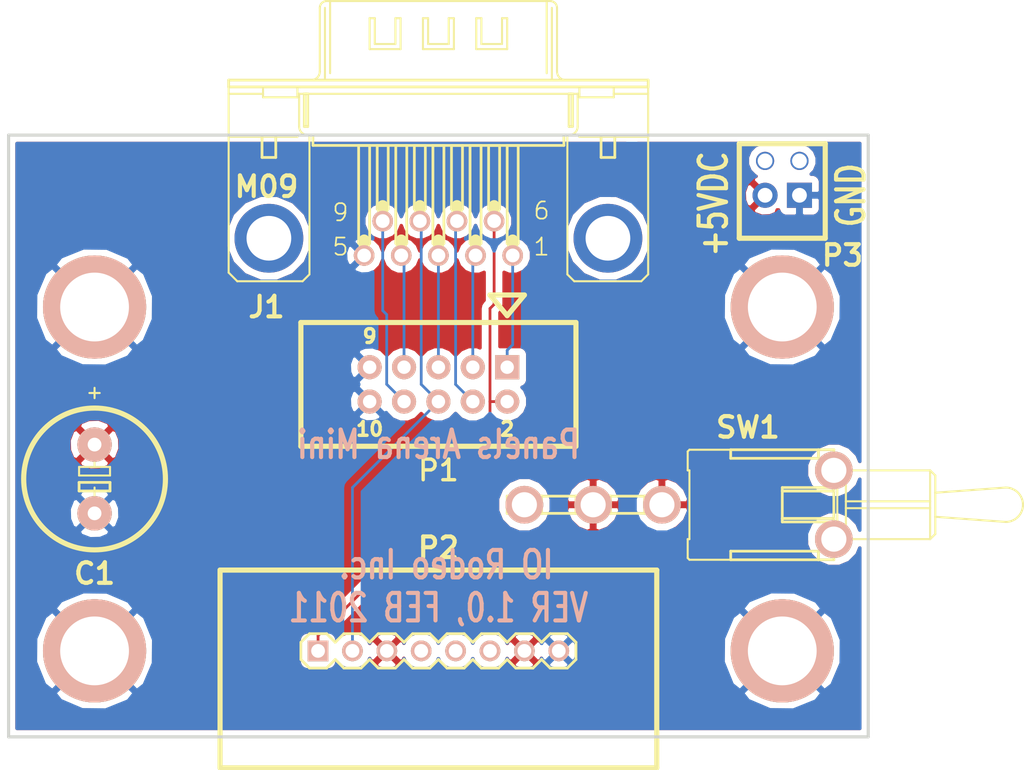
<source format=kicad_pcb>
(kicad_pcb (version 20171130) (host pcbnew 5.1.10)
  (title_block (title "Panels Arena Mini") (date "9 feb 2011") (rev 1.0))
  (layers (0 Front signal) (31 Back signal) (34 B.Paste user) (35 F.Paste user) (36 B.SilkS user) (37 F.SilkS user) (38 B.Mask user) (39 F.Mask user) (44 Edge.Cuts user))
  (net 0 "")
  (net 1 /GND)
  (net 2 /SCL_0)
  (net 3 /SCL_1)
  (net 4 /SCL_2)
  (net 5 /SCL_3)
  (net 6 /SDA_0)
  (net 7 /SDA_1)
  (net 8 /SDA_2)
  (net 9 /SDA_3)
  (net 10 N-000011)
  (net 11 VCC)
  (module CON-SUBD_M09HP (layer Front) (at 129.54 106.68 180)
    (fp_text reference J1 (at 12.7 -5.08 180) (layer F.SilkS) (effects (font (size 1.524 1.524) (thickness 0.3048))))
    (fp_text value DB9 hide)
    (fp_line (start 9.652 10.668) (end 9.906 10.668) (layer F.SilkS) (width 0.2032))
    (fp_line (start 9.906 10.668) (end 9.906 8.255) (layer F.SilkS) (width 0.2032))
    (fp_line (start 9.652 8.255) (end 9.906 8.255) (layer F.SilkS) (width 0.2032))
    (fp_line (start 9.652 10.668) (end 9.652 8.255) (layer F.SilkS) (width 0.2032))
    (fp_line (start -9.906 10.668) (end -9.652 10.668) (layer F.SilkS) (width 0.2032))
    (fp_line (start -9.652 10.668) (end -9.652 8.255) (layer F.SilkS) (width 0.2032))
    (fp_line (start -9.906 8.255) (end -9.652 8.255) (layer F.SilkS) (width 0.2032))
    (fp_line (start -9.906 10.668) (end -9.906 8.255) (layer F.SilkS) (width 0.2032))
    (fp_line (start 12.0142 7.62) (end 13.0302 7.62) (layer F.SilkS) (width 0.2032))
    (fp_line (start 13.0302 7.62) (end 13.0302 5.969) (layer F.SilkS) (width 0.2032))
    (fp_line (start 12.0142 5.969) (end 13.0302 5.969) (layer F.SilkS) (width 0.2032))
    (fp_line (start 12.0142 7.62) (end 12.0142 5.969) (layer F.SilkS) (width 0.2032))
    (fp_line (start -13.0302 7.62) (end -12.0142 7.62) (layer F.SilkS) (width 0.2032))
    (fp_line (start -12.0142 7.62) (end -12.0142 5.969) (layer F.SilkS) (width 0.2032))
    (fp_line (start -13.0302 5.969) (end -12.0142 5.969) (layer F.SilkS) (width 0.2032))
    (fp_line (start -13.0302 7.62) (end -13.0302 5.969) (layer F.SilkS) (width 0.2032))
    (fp_line (start -9.271 7.62) (end 9.271 7.62) (layer F.SilkS) (width 0.2032))
    (fp_line (start 9.271 7.62) (end 9.271 6.858) (layer F.SilkS) (width 0.2032))
    (fp_line (start -9.271 6.858) (end 9.271 6.858) (layer F.SilkS) (width 0.2032))
    (fp_line (start -9.271 7.62) (end -9.271 6.858) (layer F.SilkS) (width 0.2032))
    (fp_line (start -15.494 11.684) (end 15.494 11.684) (layer F.SilkS) (width 0.2032))
    (fp_line (start 15.494 11.684) (end 15.494 11.176) (layer F.SilkS) (width 0.2032))
    (fp_line (start -15.494 11.176) (end 15.494 11.176) (layer F.SilkS) (width 0.2032))
    (fp_line (start -15.494 11.684) (end -15.494 11.176) (layer F.SilkS) (width 0.2032))
    (fp_line (start -5.8928 6.858) (end -5.08 6.858) (layer F.SilkS) (width 0.2032))
    (fp_line (start -5.08 6.858) (end -5.08 -0.381) (layer F.SilkS) (width 0.2032))
    (fp_line (start -5.8928 -0.381) (end -5.08 -0.381) (layer F.SilkS) (width 0.2032))
    (fp_line (start -5.8928 6.858) (end -5.8928 -0.381) (layer F.SilkS) (width 0.2032))
    (fp_line (start -4.5212 6.858) (end -3.7084 6.858) (layer F.SilkS) (width 0.2032))
    (fp_line (start -3.7084 6.858) (end -3.7084 2.159) (layer F.SilkS) (width 0.2032))
    (fp_line (start -4.5212 2.159) (end -3.7084 2.159) (layer F.SilkS) (width 0.2032))
    (fp_line (start -4.5212 6.858) (end -4.5212 2.159) (layer F.SilkS) (width 0.2032))
    (fp_line (start -3.1496 6.858) (end -2.3368 6.858) (layer F.SilkS) (width 0.2032))
    (fp_line (start -2.3368 6.858) (end -2.3368 -0.381) (layer F.SilkS) (width 0.2032))
    (fp_line (start -3.1496 -0.381) (end -2.3368 -0.381) (layer F.SilkS) (width 0.2032))
    (fp_line (start -3.1496 6.858) (end -3.1496 -0.381) (layer F.SilkS) (width 0.2032))
    (fp_line (start -1.778 6.858) (end -0.9652 6.858) (layer F.SilkS) (width 0.2032))
    (fp_line (start -0.9652 6.858) (end -0.9652 2.159) (layer F.SilkS) (width 0.2032))
    (fp_line (start -1.778 2.159) (end -0.9652 2.159) (layer F.SilkS) (width 0.2032))
    (fp_line (start -1.778 6.858) (end -1.778 2.159) (layer F.SilkS) (width 0.2032))
    (fp_line (start -0.4064 6.858) (end 0.4064 6.858) (layer F.SilkS) (width 0.2032))
    (fp_line (start 0.4064 6.858) (end 0.4064 -0.381) (layer F.SilkS) (width 0.2032))
    (fp_line (start -0.4064 -0.381) (end 0.4064 -0.381) (layer F.SilkS) (width 0.2032))
    (fp_line (start -0.4064 6.858) (end -0.4064 -0.381) (layer F.SilkS) (width 0.2032))
    (fp_line (start 0.9652 6.858) (end 1.778 6.858) (layer F.SilkS) (width 0.2032))
    (fp_line (start 1.778 6.858) (end 1.778 2.159) (layer F.SilkS) (width 0.2032))
    (fp_line (start 0.9652 2.159) (end 1.778 2.159) (layer F.SilkS) (width 0.2032))
    (fp_line (start 0.9652 6.858) (end 0.9652 2.159) (layer F.SilkS) (width 0.2032))
    (fp_line (start 2.3368 6.858) (end 3.1496 6.858) (layer F.SilkS) (width 0.2032))
    (fp_line (start 3.1496 6.858) (end 3.1496 -0.381) (layer F.SilkS) (width 0.2032))
    (fp_line (start 2.3368 -0.381) (end 3.1496 -0.381) (layer F.SilkS) (width 0.2032))
    (fp_line (start 2.3368 6.858) (end 2.3368 -0.381) (layer F.SilkS) (width 0.2032))
    (fp_line (start 3.7084 6.858) (end 4.5212 6.858) (layer F.SilkS) (width 0.2032))
    (fp_line (start 4.5212 6.858) (end 4.5212 2.159) (layer F.SilkS) (width 0.2032))
    (fp_line (start 3.7084 2.159) (end 4.5212 2.159) (layer F.SilkS) (width 0.2032))
    (fp_line (start 3.7084 6.858) (end 3.7084 2.159) (layer F.SilkS) (width 0.2032))
    (fp_line (start 5.08 6.858) (end 5.8928 6.858) (layer F.SilkS) (width 0.2032))
    (fp_line (start 5.8928 6.858) (end 5.8928 -0.381) (layer F.SilkS) (width 0.2032))
    (fp_line (start 5.08 -0.381) (end 5.8928 -0.381) (layer F.SilkS) (width 0.2032))
    (fp_line (start 5.08 6.858) (end 5.08 -0.381) (layer F.SilkS) (width 0.2032))
    (fp_line (start 8.255 17.52346) (end 8.001 17.52346) (layer F.SilkS) (width 0.1524))
    (fp_line (start 8.382 11.684) (end 8.382 17.018) (layer F.SilkS) (width 0.1524))
    (fp_line (start 8.382 11.684) (end -8.382 11.684) (layer F.SilkS) (width 0.1524))
    (fp_line (start -8.382 11.684) (end -8.382 17.018) (layer F.SilkS) (width 0.1524))
    (fp_line (start 15.494 7.62) (end 10.414 7.62) (layer F.SilkS) (width 0.1524))
    (fp_line (start 15.494 7.62) (end 15.494 10.668) (layer F.SilkS) (width 0.1524))
    (fp_line (start 15.494 7.62) (end 15.494 7.493) (layer F.SilkS) (width 0.1524))
    (fp_line (start 15.494 10.668) (end 12.954 10.668) (layer F.SilkS) (width 0.1524))
    (fp_line (start 15.494 10.668) (end 15.494 11.176) (layer F.SilkS) (width 0.1524))
    (fp_line (start 15.494 11.176) (end 15.494 11.684) (layer F.SilkS) (width 0.1524))
    (fp_line (start -15.494 11.684) (end -15.494 11.176) (layer F.SilkS) (width 0.1524))
    (fp_line (start -15.494 11.176) (end -15.494 10.668) (layer F.SilkS) (width 0.1524))
    (fp_line (start -15.494 10.668) (end -15.494 7.62) (layer F.SilkS) (width 0.1524))
    (fp_line (start -15.494 7.62) (end -15.494 7.493) (layer F.SilkS) (width 0.1524))
    (fp_line (start 12.954 10.414) (end 10.414 10.414) (layer F.SilkS) (width 0.1524))
    (fp_line (start 15.494 11.176) (end 12.954 11.176) (layer F.SilkS) (width 0.1524))
    (fp_line (start 12.954 11.176) (end 10.414 11.176) (layer F.SilkS) (width 0.1524))
    (fp_line (start 12.954 10.668) (end 12.954 11.176) (layer F.SilkS) (width 0.1524))
    (fp_line (start 12.954 10.668) (end 12.954 10.414) (layer F.SilkS) (width 0.1524))
    (fp_line (start 10.414 10.414) (end 10.414 10.668) (layer F.SilkS) (width 0.1524))
    (fp_line (start 10.414 10.668) (end 10.414 11.176) (layer F.SilkS) (width 0.1524))
    (fp_line (start 15.494 7.493) (end 10.414 7.493) (layer F.SilkS) (width 0.1524))
    (fp_line (start 10.414 7.493) (end 10.414 7.62) (layer F.SilkS) (width 0.1524))
    (fp_line (start 10.414 10.668) (end 10.287 10.668) (layer F.SilkS) (width 0.1524))
    (fp_line (start 10.287 10.668) (end -10.287 10.668) (layer F.SilkS) (width 0.1524))
    (fp_line (start 10.414 7.62) (end 9.525 7.62) (layer F.SilkS) (width 0.1524))
    (fp_line (start 9.525 7.62) (end 9.271 7.62) (layer F.SilkS) (width 0.1524))
    (fp_line (start 10.287 8.255) (end 10.287 10.668) (layer F.SilkS) (width 0.1524))
    (fp_line (start 9.271 7.62) (end 9.271 6.858) (layer F.SilkS) (width 0.1524))
    (fp_line (start 9.271 7.62) (end -9.271 7.62) (layer F.SilkS) (width 0.1524))
    (fp_line (start 9.271 6.858) (end -9.271 6.858) (layer F.SilkS) (width 0.1524))
    (fp_line (start -9.271 7.62) (end -9.271 6.858) (layer F.SilkS) (width 0.1524))
    (fp_line (start -9.271 7.62) (end -9.525 7.62) (layer F.SilkS) (width 0.1524))
    (fp_line (start -9.525 7.62) (end -9.652 7.62) (layer F.SilkS) (width 0.1524))
    (fp_line (start -9.652 7.62) (end -10.414 7.62) (layer F.SilkS) (width 0.1524))
    (fp_line (start -10.414 7.493) (end -15.494 7.493) (layer F.SilkS) (width 0.1524))
    (fp_line (start -12.954 10.668) (end -12.954 11.176) (layer F.SilkS) (width 0.1524))
    (fp_line (start -12.954 10.668) (end -15.494 10.668) (layer F.SilkS) (width 0.1524))
    (fp_line (start -12.954 11.176) (end -15.494 11.176) (layer F.SilkS) (width 0.1524))
    (fp_line (start -10.414 10.414) (end -12.954 10.414) (layer F.SilkS) (width 0.1524))
    (fp_line (start -12.954 10.668) (end -12.954 10.414) (layer F.SilkS) (width 0.1524))
    (fp_line (start 10.414 11.176) (end -10.414 11.176) (layer F.SilkS) (width 0.1524))
    (fp_line (start -10.414 11.176) (end -12.954 11.176) (layer F.SilkS) (width 0.1524))
    (fp_line (start -10.414 10.414) (end -10.414 10.668) (layer F.SilkS) (width 0.1524))
    (fp_line (start -10.414 10.668) (end -10.414 11.176) (layer F.SilkS) (width 0.1524))
    (fp_line (start -10.287 8.255) (end -10.287 10.668) (layer F.SilkS) (width 0.1524))
    (fp_line (start -10.287 10.668) (end -10.414 10.668) (layer F.SilkS) (width 0.1524))
    (fp_line (start 14.859 -3.175) (end 15.494 -2.54) (layer F.SilkS) (width 0.1524))
    (fp_line (start 15.494 -2.54) (end 15.494 7.493) (layer F.SilkS) (width 0.1524))
    (fp_line (start 10.033 -3.175) (end 14.859 -3.175) (layer F.SilkS) (width 0.1524))
    (fp_line (start 10.033 -3.175) (end 9.525 -2.667) (layer F.SilkS) (width 0.1524))
    (fp_line (start 9.525 -2.667) (end 9.525 7.62) (layer F.SilkS) (width 0.1524))
    (fp_line (start -9.525 -2.667) (end -9.525 7.62) (layer F.SilkS) (width 0.1524))
    (fp_line (start -9.525 -2.667) (end -10.033 -3.175) (layer F.SilkS) (width 0.1524))
    (fp_line (start -10.033 -3.175) (end -14.986 -3.175) (layer F.SilkS) (width 0.1524))
    (fp_line (start -14.986 -3.175) (end -15.494 -2.667) (layer F.SilkS) (width 0.1524))
    (fp_line (start -15.494 -2.667) (end -15.494 7.493) (layer F.SilkS) (width 0.1524))
    (fp_line (start -5.08 13.97) (end -2.794 13.97) (layer F.SilkS) (width 0.1524))
    (fp_line (start -2.794 13.97) (end -2.794 16.256) (layer F.SilkS) (width 0.1524))
    (fp_line (start -2.794 16.256) (end -3.175 16.256) (layer F.SilkS) (width 0.1524))
    (fp_line (start -3.175 16.256) (end -3.175 14.34846) (layer F.SilkS) (width 0.1524))
    (fp_line (start -3.175 14.34846) (end -4.699 14.34846) (layer F.SilkS) (width 0.1524))
    (fp_line (start -4.699 14.34846) (end -4.699 16.256) (layer F.SilkS) (width 0.1524))
    (fp_line (start -4.699 16.256) (end -5.08 16.256) (layer F.SilkS) (width 0.1524))
    (fp_line (start -5.08 16.256) (end -5.08 13.97) (layer F.SilkS) (width 0.1524))
    (fp_line (start -1.143 13.97) (end 1.143 13.97) (layer F.SilkS) (width 0.1524))
    (fp_line (start 1.143 13.97) (end 1.143 16.256) (layer F.SilkS) (width 0.1524))
    (fp_line (start 1.143 16.256) (end 0.762 16.256) (layer F.SilkS) (width 0.1524))
    (fp_line (start 0.762 16.256) (end 0.762 14.34846) (layer F.SilkS) (width 0.1524))
    (fp_line (start 0.762 14.34846) (end -0.762 14.34846) (layer F.SilkS) (width 0.1524))
    (fp_line (start -0.762 14.34846) (end -0.762 16.256) (layer F.SilkS) (width 0.1524))
    (fp_line (start -0.762 16.256) (end -1.143 16.256) (layer F.SilkS) (width 0.1524))
    (fp_line (start -1.143 16.256) (end -1.143 13.97) (layer F.SilkS) (width 0.1524))
    (fp_line (start 2.794 13.97) (end 5.08 13.97) (layer F.SilkS) (width 0.1524))
    (fp_line (start 5.08 13.97) (end 5.08 16.256) (layer F.SilkS) (width 0.1524))
    (fp_line (start 5.08 16.256) (end 4.699 16.256) (layer F.SilkS) (width 0.1524))
    (fp_line (start 4.699 16.256) (end 4.699 14.34846) (layer F.SilkS) (width 0.1524))
    (fp_line (start 4.699 14.34846) (end 3.175 14.34846) (layer F.SilkS) (width 0.1524))
    (fp_line (start 3.175 14.34846) (end 3.175 16.256) (layer F.SilkS) (width 0.1524))
    (fp_line (start 3.175 16.256) (end 2.794 16.256) (layer F.SilkS) (width 0.1524))
    (fp_line (start 2.794 16.256) (end 2.794 13.97) (layer F.SilkS) (width 0.1524))
    (fp_line (start -10.414 7.493) (end -10.414 7.62) (layer F.SilkS) (width 0.1524))
    (fp_line (start -10.414 7.62) (end -15.494 7.62) (layer F.SilkS) (width 0.1524))
    (fp_line (start -8.382 11.684) (end -9.398 11.684) (layer F.SilkS) (width 0.1524))
    (fp_line (start -9.398 11.684) (end -15.494 11.684) (layer F.SilkS) (width 0.1524))
    (fp_line (start -8.76046 12.319) (end -8.76046 17.018) (layer F.SilkS) (width 0.1524))
    (fp_line (start 15.494 11.684) (end 9.398 11.684) (layer F.SilkS) (width 0.1524))
    (fp_line (start 9.398 11.684) (end 8.382 11.684) (layer F.SilkS) (width 0.1524))
    (fp_line (start 8.76046 12.319) (end 8.76046 17.018) (layer F.SilkS) (width 0.1524))
    (fp_line (start -8.001 12.192) (end -8.001 17.52346) (layer F.SilkS) (width 0.1524))
    (fp_line (start -8.001 17.52346) (end -8.255 17.52346) (layer F.SilkS) (width 0.1524))
    (fp_line (start 8.001 12.192) (end 8.001 17.52346) (layer F.SilkS) (width 0.1524))
    (fp_line (start 8.001 17.52346) (end -8.001 17.52346) (layer F.SilkS) (width 0.1524))
    (fp_line (start 0 -1.143) (end 0 -0.127) (layer F.SilkS) (width 0.8128))
    (fp_line (start 2.7432 -1.143) (end 2.7432 -0.127) (layer F.SilkS) (width 0.8128))
    (fp_line (start 5.4864 -1.143) (end 5.4864 -0.127) (layer F.SilkS) (width 0.8128))
    (fp_line (start 4.1148 1.397) (end 4.1148 2.413) (layer F.SilkS) (width 0.8128))
    (fp_line (start 1.3716 1.397) (end 1.3716 2.413) (layer F.SilkS) (width 0.8128))
    (fp_line (start -1.3716 1.397) (end -1.3716 2.413) (layer F.SilkS) (width 0.8128))
    (fp_line (start -2.7432 -1.143) (end -2.7432 -0.127) (layer F.SilkS) (width 0.8128))
    (fp_line (start -4.1148 1.397) (end -4.1148 2.413) (layer F.SilkS) (width 0.8128))
    (fp_line (start -5.4864 -1.143) (end -5.4864 -0.127) (layer F.SilkS) (width 0.8128))
    (fp_circle (center 12.5222 0) (end 13.3477 0.8255) (layer F.SilkS) (width 0.1524))
    (fp_circle (center -12.5222 0) (end -13.3477 0.8255) (layer F.SilkS) (width 0.1524))
    (fp_arc (start 8.255 17.018) (end 8.76046 17.018) (angle 90) (layer F.SilkS) (width 0.1524))
    (fp_arc (start -8.255 17.018) (end -8.255 17.52346) (angle 90) (layer F.SilkS) (width 0.1524))
    (fp_arc (start 9.652 8.255) (end 9.652 7.62) (angle 90) (layer F.SilkS) (width 0.1524))
    (fp_arc (start -9.652 8.255) (end -10.287 8.255) (angle 90) (layer F.SilkS) (width 0.1524))
    (fp_arc (start -9.398 12.319) (end -9.398 11.684) (angle 90) (layer F.SilkS) (width 0.1524))
    (fp_arc (start 9.398 12.319) (end 8.76046 12.319) (angle 90) (layer F.SilkS) (width 0.1524))
    (fp_text user 1 (at -7.62 -0.635 180) (layer F.SilkS) (effects (font (size 1.27 1.27) (thickness 0.127))))
    (fp_text user 5 (at 7.23646 -0.635 180) (layer F.SilkS) (effects (font (size 1.27 1.27) (thickness 0.127))))
    (fp_text user 9 (at 7.23646 1.905 180) (layer F.SilkS) (effects (font (size 1.27 1.27) (thickness 0.127))))
    (fp_text user 6 (at -7.62 2.032 180) (layer F.SilkS) (effects (font (size 1.27 1.27) (thickness 0.127))))
    (fp_text user M09 (at 12.7 3.81 180) (layer F.SilkS) (effects (font (size 1.524 1.524) (thickness 0.3048))))
    (pad 1 thru_hole circle (at -5.4864 -1.27 180) (size 1.524 1.524) (drill 1.016) (layers *.Cu *.SilkS *.Mask) (net 3 /SCL_1))
    (pad 2 thru_hole circle (at -2.7432 -1.27 180) (size 1.524 1.524) (drill 1.016) (layers *.Cu *.SilkS *.Mask) (net 7 /SDA_1))
    (pad 3 thru_hole circle (at 0 -1.27 180) (size 1.524 1.524) (drill 1.016) (layers *.Cu *.SilkS *.Mask) (net 4 /SCL_2))
    (pad 4 thru_hole circle (at 2.7432 -1.27 180) (size 1.524 1.524) (drill 1.016) (layers *.Cu *.SilkS *.Mask) (net 8 /SDA_2))
    (pad 5 thru_hole circle (at 5.4864 -1.27 180) (size 1.524 1.524) (drill 1.016) (layers *.Cu *.SilkS *.Mask) (net 1 /GND))
    (pad 6 thru_hole circle (at -4.1148 1.27 180) (size 1.524 1.524) (drill 1.016) (layers *.Cu *.SilkS *.Mask) (net 2 /SCL_0))
    (pad 7 thru_hole circle (at -1.3716 1.27 180) (size 1.524 1.524) (drill 1.016) (layers *.Cu *.SilkS *.Mask) (net 5 /SCL_3))
    (pad 8 thru_hole circle (at 1.3716 1.27 180) (size 1.524 1.524) (drill 1.016) (layers *.Cu *.SilkS *.Mask) (net 6 /SDA_0))
    (pad 9 thru_hole circle (at 4.1148 1.27 180) (size 1.524 1.524) (drill 1.016) (layers *.Cu *.SilkS *.Mask) (net 9 /SDA_3))
    (pad "" thru_hole circle (at -12.5222 0 180) (size 5.08 5.08) (drill 3.302) (layers *.Cu))
    (pad "" thru_hole circle (at 12.5222 0 180) (size 5.08 5.08) (drill 3.302) (layers *.Cu))
  )
  (module JFRC_LPV-1 (layer Front) (at 158.75 126.365 90)
    (fp_text reference SW1 (at 5.715 -6.35 180) (layer F.SilkS) (effects (font (size 1.524 1.524) (thickness 0.3048))))
    (fp_text value SWITCH_INV hide)
    (fp_line (start -0.635 -13.208) (end 0.635 -13.208) (layer F.SilkS) (width 0.2032))
    (fp_line (start 0.635 -13.208) (end 0.635 -13.97) (layer F.SilkS) (width 0.2032))
    (fp_line (start -0.635 -13.97) (end 0.635 -13.97) (layer F.SilkS) (width 0.2032))
    (fp_line (start -0.635 -13.208) (end -0.635 -13.97) (layer F.SilkS) (width 0.2032))
    (fp_line (start -0.635 -16.51) (end 0.635 -16.51) (layer F.SilkS) (width 0.2032))
    (fp_line (start 0.635 -16.51) (end 0.635 -19.05) (layer F.SilkS) (width 0.2032))
    (fp_line (start -0.635 -19.05) (end 0.635 -19.05) (layer F.SilkS) (width 0.2032))
    (fp_line (start -0.635 -16.51) (end -0.635 -19.05) (layer F.SilkS) (width 0.2032))
    (fp_line (start -0.635 -21.59) (end 0.635 -21.59) (layer F.SilkS) (width 0.2032))
    (fp_line (start 0.635 -21.59) (end 0.635 -24.13) (layer F.SilkS) (width 0.2032))
    (fp_line (start -0.635 -24.13) (end 0.635 -24.13) (layer F.SilkS) (width 0.2032))
    (fp_line (start -0.635 -21.59) (end -0.635 -24.13) (layer F.SilkS) (width 0.2032))
    (fp_line (start -0.635 -13.97) (end 0.635 -13.97) (layer F.SilkS) (width 0.2032))
    (fp_line (start 0.635 -13.97) (end 0.635 -16.51) (layer F.SilkS) (width 0.2032))
    (fp_line (start -0.635 -16.51) (end 0.635 -16.51) (layer F.SilkS) (width 0.2032))
    (fp_line (start -0.635 -13.97) (end -0.635 -16.51) (layer F.SilkS) (width 0.2032))
    (fp_line (start -0.635 -19.05) (end 0.635 -19.05) (layer F.SilkS) (width 0.2032))
    (fp_line (start 0.635 -19.05) (end 0.635 -21.59) (layer F.SilkS) (width 0.2032))
    (fp_line (start -0.635 -21.59) (end 0.635 -21.59) (layer F.SilkS) (width 0.2032))
    (fp_line (start -0.635 -19.05) (end -0.635 -21.59) (layer F.SilkS) (width 0.2032))
    (fp_line (start -0.635 -21.59) (end 0.635 -21.59) (layer F.SilkS) (width 0.2032))
    (fp_line (start 0.635 -21.59) (end 0.635 -23.241) (layer F.SilkS) (width 0.2032))
    (fp_line (start -0.635 -23.241) (end 0.635 -23.241) (layer F.SilkS) (width 0.2032))
    (fp_line (start -0.635 -21.59) (end -0.635 -23.241) (layer F.SilkS) (width 0.2032))
    (fp_line (start 3.429 0) (end 4.064 0) (layer F.SilkS) (width 0.2032))
    (fp_line (start 4.064 0) (end 4.064 -1.143) (layer F.SilkS) (width 0.2032))
    (fp_line (start 3.429 -1.143) (end 4.064 -1.143) (layer F.SilkS) (width 0.2032))
    (fp_line (start 3.429 0) (end 3.429 -1.143) (layer F.SilkS) (width 0.2032))
    (fp_line (start 3.429 -1.143) (end 4.064 -1.143) (layer F.SilkS) (width 0.2032))
    (fp_line (start 4.064 -1.143) (end 4.064 -7.62) (layer F.SilkS) (width 0.2032))
    (fp_line (start 3.429 -7.62) (end 4.064 -7.62) (layer F.SilkS) (width 0.2032))
    (fp_line (start 3.429 -1.143) (end 3.429 -7.62) (layer F.SilkS) (width 0.2032))
    (fp_line (start -1.016 0) (end 1.016 0) (layer F.SilkS) (width 0.2032))
    (fp_line (start 1.016 0) (end 1.016 -3.81) (layer F.SilkS) (width 0.2032))
    (fp_line (start -1.016 -3.81) (end 1.016 -3.81) (layer F.SilkS) (width 0.2032))
    (fp_line (start -1.016 0) (end -1.016 -3.81) (layer F.SilkS) (width 0.2032))
    (fp_line (start -1.27 0) (end -1.016 0) (layer F.SilkS) (width 0.2032))
    (fp_line (start -1.016 0) (end -1.016 -3.81) (layer F.SilkS) (width 0.2032))
    (fp_line (start -1.27 -3.81) (end -1.016 -3.81) (layer F.SilkS) (width 0.2032))
    (fp_line (start -1.27 0) (end -1.27 -3.81) (layer F.SilkS) (width 0.2032))
    (fp_line (start 1.016 0) (end 1.27 0) (layer F.SilkS) (width 0.2032))
    (fp_line (start 1.27 0) (end 1.27 -3.81) (layer F.SilkS) (width 0.2032))
    (fp_line (start 1.016 -3.81) (end 1.27 -3.81) (layer F.SilkS) (width 0.2032))
    (fp_line (start 1.016 0) (end 1.016 -3.81) (layer F.SilkS) (width 0.2032))
    (fp_line (start -4.064 0) (end -3.429 0) (layer F.SilkS) (width 0.2032))
    (fp_line (start -3.429 0) (end -3.429 -1.143) (layer F.SilkS) (width 0.2032))
    (fp_line (start -4.064 -1.143) (end -3.429 -1.143) (layer F.SilkS) (width 0.2032))
    (fp_line (start -4.064 0) (end -4.064 -1.143) (layer F.SilkS) (width 0.2032))
    (fp_line (start -4.064 -1.143) (end -3.429 -1.143) (layer F.SilkS) (width 0.2032))
    (fp_line (start -3.429 -1.143) (end -3.429 -7.62) (layer F.SilkS) (width 0.2032))
    (fp_line (start -4.064 -7.62) (end -3.429 -7.62) (layer F.SilkS) (width 0.2032))
    (fp_line (start -4.064 -1.143) (end -4.064 -7.62) (layer F.SilkS) (width 0.2032))
    (fp_line (start -4.064 0) (end -4.064 -10.668) (layer F.SilkS) (width 0.1524))
    (fp_line (start -4.064 0) (end -3.683 0) (layer F.SilkS) (width 0.1524))
    (fp_line (start -3.683 0) (end -3.683 0.254) (layer F.SilkS) (width 0.1524))
    (fp_line (start 3.683 0.254) (end 3.429 0.254) (layer F.SilkS) (width 0.1524))
    (fp_line (start 3.683 0.254) (end 3.683 0) (layer F.SilkS) (width 0.1524))
    (fp_line (start 3.683 0) (end 4.064 0) (layer F.SilkS) (width 0.1524))
    (fp_line (start -3.429 0.254) (end -3.429 0.889) (layer F.SilkS) (width 0.1524))
    (fp_line (start -3.429 0.254) (end -3.683 0.254) (layer F.SilkS) (width 0.1524))
    (fp_line (start 3.429 0.889) (end 2.54 0.889) (layer F.SilkS) (width 0.1524))
    (fp_line (start 3.429 0.889) (end 3.429 0.254) (layer F.SilkS) (width 0.1524))
    (fp_line (start 2.54 7.112) (end 0.254 7.112) (layer F.SilkS) (width 0.1524))
    (fp_line (start -2.54 7.112) (end -2.159 7.493) (layer F.SilkS) (width 0.1524))
    (fp_line (start -2.159 7.493) (end -0.889 7.493) (layer F.SilkS) (width 0.1524))
    (fp_line (start 2.54 7.112) (end 2.159 7.493) (layer F.SilkS) (width 0.1524))
    (fp_line (start 0.254 7.112) (end 0.254 0.889) (layer F.SilkS) (width 0.1524))
    (fp_line (start 0.254 7.112) (end -0.254 7.112) (layer F.SilkS) (width 0.1524))
    (fp_line (start 0.254 0.889) (end -0.254 0.889) (layer F.SilkS) (width 0.1524))
    (fp_line (start -0.254 7.112) (end -0.254 0.889) (layer F.SilkS) (width 0.1524))
    (fp_line (start -0.254 7.112) (end -2.54 7.112) (layer F.SilkS) (width 0.1524))
    (fp_line (start -0.889 7.493) (end -1.27 12.7) (layer F.SilkS) (width 0.1524))
    (fp_line (start 1.27 12.7) (end 0.889 7.493) (layer F.SilkS) (width 0.1524))
    (fp_line (start 0.889 7.493) (end 2.159 7.493) (layer F.SilkS) (width 0.1524))
    (fp_line (start -0.889 7.493) (end 0.889 7.493) (layer F.SilkS) (width 0.1524))
    (fp_line (start 3.937 -10.795) (end 2.54 -10.795) (layer F.SilkS) (width 0.1524))
    (fp_line (start 2.54 -10.668) (end 2.54 -10.795) (layer F.SilkS) (width 0.1524))
    (fp_line (start -2.54 -10.668) (end -2.54 -10.795) (layer F.SilkS) (width 0.1524))
    (fp_line (start 3.937 -10.795) (end 4.064 -10.668) (layer F.SilkS) (width 0.1524))
    (fp_line (start 4.064 -10.668) (end 4.064 0) (layer F.SilkS) (width 0.1524))
    (fp_line (start -4.064 -10.668) (end -3.937 -10.795) (layer F.SilkS) (width 0.1524))
    (fp_line (start -3.937 -10.795) (end -2.54 -10.795) (layer F.SilkS) (width 0.1524))
    (fp_line (start -2.54 -10.668) (end 2.54 -10.668) (layer F.SilkS) (width 0.1524))
    (fp_line (start 2.54 0.889) (end 2.54 1.397) (layer F.SilkS) (width 0.1524))
    (fp_line (start 2.54 1.397) (end 2.54 7.112) (layer F.SilkS) (width 0.1524))
    (fp_line (start 2.54 0.889) (end 1.397 0.889) (layer F.SilkS) (width 0.1524))
    (fp_line (start 1.397 0.889) (end 0.254 0.889) (layer F.SilkS) (width 0.1524))
    (fp_line (start 3.429 0.254) (end 1.143 0.254) (layer F.SilkS) (width 0.1524))
    (fp_line (start 3.683 0) (end 1.143 0) (layer F.SilkS) (width 0.1524))
    (fp_line (start -1.016 0) (end 1.143 0) (layer F.SilkS) (width 0.1524))
    (fp_line (start -1.016 0) (end -3.683 0) (layer F.SilkS) (width 0.1524))
    (fp_line (start -1.143 0.254) (end 1.143 0.254) (layer F.SilkS) (width 0.1524))
    (fp_line (start -1.143 0.254) (end -3.429 0.254) (layer F.SilkS) (width 0.1524))
    (fp_line (start -1.397 0.889) (end -0.254 0.889) (layer F.SilkS) (width 0.1524))
    (fp_line (start -1.397 0.889) (end -2.54 0.889) (layer F.SilkS) (width 0.1524))
    (fp_line (start -2.54 0.889) (end -3.429 0.889) (layer F.SilkS) (width 0.1524))
    (fp_line (start -2.54 0.889) (end -2.54 1.397) (layer F.SilkS) (width 0.1524))
    (fp_line (start -2.54 1.397) (end -2.54 7.112) (layer F.SilkS) (width 0.1524))
    (fp_arc (start 0 12.7) (end 1.27 12.7) (angle 180) (layer F.SilkS) (width 0.1524))
    (pad 1 thru_hole oval (at 0 -12.7 90) (size 2.7813 2.7813) (drill 1.8542) (layers *.Cu *.SilkS *.Mask) (net 10 N-000011))
    (pad 2 thru_hole oval (at 0 -17.78 90) (size 2.7813 2.7813) (drill 1.8542) (layers *.Cu *.SilkS *.Mask) (net 11 VCC))
    (pad 3 thru_hole oval (at 0 -22.86 90) (size 2.7813 2.7813) (drill 1.8542) (layers *.Cu *.SilkS *.Mask))
    (pad "" thru_hole circle (at -2.54 0 90) (size 2.7813 2.7813) (drill 1.8542) (layers *.Cu *.SilkS *.Mask))
    (pad "" thru_hole circle (at 2.54 0 90) (size 2.7813 2.7813) (drill 1.8542) (layers *.Cu *.SilkS *.Mask))
  )
  (module JFRC_Capacitor_Polarized (layer Front) (at 104.14 124.46 270)
    (fp_text reference C1 (at 6.985 0) (layer F.SilkS) (effects (font (size 1.524 1.524) (thickness 0.3048))))
    (fp_text value CAPAPOL hide)
    (fp_circle (center 0 0) (end 1.27 -5.08) (layer F.SilkS) (width 0.381))
    (fp_line (start 0.254 1.143) (end 0.889 1.143) (layer F.SilkS) (width 0.2032))
    (fp_line (start 0.889 1.143) (end 0.889 -1.143) (layer F.SilkS) (width 0.2032))
    (fp_line (start 0.254 -1.143) (end 0.889 -1.143) (layer F.SilkS) (width 0.2032))
    (fp_line (start 0.254 1.143) (end 0.254 -1.143) (layer F.SilkS) (width 0.2032))
    (fp_line (start -1.143 0) (end -0.889 0) (layer F.SilkS) (width 0.1524))
    (fp_line (start -0.889 0) (end -0.889 1.143) (layer F.SilkS) (width 0.1524))
    (fp_line (start -0.889 1.143) (end -0.254 1.143) (layer F.SilkS) (width 0.1524))
    (fp_line (start -0.254 1.143) (end -0.254 -1.143) (layer F.SilkS) (width 0.1524))
    (fp_line (start -0.254 -1.143) (end -0.889 -1.143) (layer F.SilkS) (width 0.1524))
    (fp_line (start -0.889 -1.143) (end -0.889 0) (layer F.SilkS) (width 0.1524))
    (fp_line (start 0.635 0) (end 1.143 0) (layer F.SilkS) (width 0.1524))
    (fp_line (start -6.35 -0.381) (end -6.35 0.381) (layer F.SilkS) (width 0.1524))
    (fp_line (start -5.969 0) (end -6.731 0) (layer F.SilkS) (width 0.1524))
    (fp_line (start 1.143 0) (end 1.651 0) (layer F.SilkS) (width 0.1524))
    (fp_line (start -1.651 0) (end -1.143 0) (layer F.SilkS) (width 0.1524))
    (pad 1 thru_hole circle (at -2.54 0 270) (size 2.54 2.54) (drill 1.016) (layers *.Cu *.SilkS *.Mask) (net 11 VCC))
    (pad 2 thru_hole circle (at 2.54 0 270) (size 2.54 2.54) (drill 1.016) (layers *.Cu *.SilkS *.Mask) (net 1 /GND))
  )
  (module JFRC_1X08 (layer Front) (at 129.54 137.16)
    (fp_text reference P2 (at 0 -7.62) (layer F.SilkS) (effects (font (size 1.524 1.524) (thickness 0.3048))))
    (fp_text value COLUMN_0 hide)
    (fp_line (start -16.129 8.636) (end 16.129 8.636) (layer F.SilkS) (width 0.381))
    (fp_line (start 16.129 8.636) (end 16.129 -5.969) (layer F.SilkS) (width 0.381))
    (fp_line (start 16.129 -5.969) (end -16.129 -5.969) (layer F.SilkS) (width 0.381))
    (fp_line (start -16.129 -5.969) (end -16.129 8.636) (layer F.SilkS) (width 0.381))
    (fp_line (start 5.715 -1.27) (end 6.985 -1.27) (layer F.SilkS) (width 0.2032))
    (fp_line (start 6.985 -1.27) (end 7.62 -0.635) (layer F.SilkS) (width 0.2032))
    (fp_line (start 7.62 0.635) (end 6.985 1.27) (layer F.SilkS) (width 0.2032))
    (fp_line (start 2.54 -0.635) (end 3.175 -1.27) (layer F.SilkS) (width 0.2032))
    (fp_line (start 3.175 -1.27) (end 4.445 -1.27) (layer F.SilkS) (width 0.2032))
    (fp_line (start 4.445 -1.27) (end 5.08 -0.635) (layer F.SilkS) (width 0.2032))
    (fp_line (start 5.08 0.635) (end 4.445 1.27) (layer F.SilkS) (width 0.2032))
    (fp_line (start 4.445 1.27) (end 3.175 1.27) (layer F.SilkS) (width 0.2032))
    (fp_line (start 3.175 1.27) (end 2.54 0.635) (layer F.SilkS) (width 0.2032))
    (fp_line (start 5.715 -1.27) (end 5.08 -0.635) (layer F.SilkS) (width 0.2032))
    (fp_line (start 5.08 0.635) (end 5.715 1.27) (layer F.SilkS) (width 0.2032))
    (fp_line (start 6.985 1.27) (end 5.715 1.27) (layer F.SilkS) (width 0.2032))
    (fp_line (start -1.905 -1.27) (end -0.635 -1.27) (layer F.SilkS) (width 0.2032))
    (fp_line (start -0.635 -1.27) (end 0 -0.635) (layer F.SilkS) (width 0.2032))
    (fp_line (start 0 0.635) (end -0.635 1.27) (layer F.SilkS) (width 0.2032))
    (fp_line (start 0 -0.635) (end 0.635 -1.27) (layer F.SilkS) (width 0.2032))
    (fp_line (start 0.635 -1.27) (end 1.905 -1.27) (layer F.SilkS) (width 0.2032))
    (fp_line (start 1.905 -1.27) (end 2.54 -0.635) (layer F.SilkS) (width 0.2032))
    (fp_line (start 2.54 0.635) (end 1.905 1.27) (layer F.SilkS) (width 0.2032))
    (fp_line (start 1.905 1.27) (end 0.635 1.27) (layer F.SilkS) (width 0.2032))
    (fp_line (start 0.635 1.27) (end 0 0.635) (layer F.SilkS) (width 0.2032))
    (fp_line (start -5.08 -0.635) (end -4.445 -1.27) (layer F.SilkS) (width 0.2032))
    (fp_line (start -4.445 -1.27) (end -3.175 -1.27) (layer F.SilkS) (width 0.2032))
    (fp_line (start -3.175 -1.27) (end -2.54 -0.635) (layer F.SilkS) (width 0.2032))
    (fp_line (start -2.54 0.635) (end -3.175 1.27) (layer F.SilkS) (width 0.2032))
    (fp_line (start -3.175 1.27) (end -4.445 1.27) (layer F.SilkS) (width 0.2032))
    (fp_line (start -4.445 1.27) (end -5.08 0.635) (layer F.SilkS) (width 0.2032))
    (fp_line (start -1.905 -1.27) (end -2.54 -0.635) (layer F.SilkS) (width 0.2032))
    (fp_line (start -2.54 0.635) (end -1.905 1.27) (layer F.SilkS) (width 0.2032))
    (fp_line (start -0.635 1.27) (end -1.905 1.27) (layer F.SilkS) (width 0.2032))
    (fp_line (start -9.525 -1.27) (end -8.255 -1.27) (layer F.SilkS) (width 0.2032))
    (fp_line (start -8.255 -1.27) (end -7.62 -0.635) (layer F.SilkS) (width 0.2032))
    (fp_line (start -7.62 0.635) (end -8.255 1.27) (layer F.SilkS) (width 0.2032))
    (fp_line (start -7.62 -0.635) (end -6.985 -1.27) (layer F.SilkS) (width 0.2032))
    (fp_line (start -6.985 -1.27) (end -5.715 -1.27) (layer F.SilkS) (width 0.2032))
    (fp_line (start -5.715 -1.27) (end -5.08 -0.635) (layer F.SilkS) (width 0.2032))
    (fp_line (start -5.08 0.635) (end -5.715 1.27) (layer F.SilkS) (width 0.2032))
    (fp_line (start -5.715 1.27) (end -6.985 1.27) (layer F.SilkS) (width 0.2032))
    (fp_line (start -6.985 1.27) (end -7.62 0.635) (layer F.SilkS) (width 0.2032))
    (fp_line (start -10.16 -0.635) (end -10.16 0.635) (layer F.SilkS) (width 0.2032))
    (fp_line (start -9.525 -1.27) (end -10.16 -0.635) (layer F.SilkS) (width 0.2032))
    (fp_line (start -10.16 0.635) (end -9.525 1.27) (layer F.SilkS) (width 0.2032))
    (fp_line (start -8.255 1.27) (end -9.525 1.27) (layer F.SilkS) (width 0.2032))
    (fp_line (start 8.255 -1.27) (end 9.525 -1.27) (layer F.SilkS) (width 0.2032))
    (fp_line (start 9.525 -1.27) (end 10.16 -0.635) (layer F.SilkS) (width 0.2032))
    (fp_line (start 10.16 -0.635) (end 10.16 0.635) (layer F.SilkS) (width 0.2032))
    (fp_line (start 10.16 0.635) (end 9.525 1.27) (layer F.SilkS) (width 0.2032))
    (fp_line (start 8.255 -1.27) (end 7.62 -0.635) (layer F.SilkS) (width 0.2032))
    (fp_line (start 7.62 0.635) (end 8.255 1.27) (layer F.SilkS) (width 0.2032))
    (fp_line (start 9.525 1.27) (end 8.255 1.27) (layer F.SilkS) (width 0.2032))
    (pad 1 thru_hole rect (at -8.89 0) (size 1.524 1.524) (drill 1.016) (layers *.Cu *.SilkS *.Mask) (net 2 /SCL_0))
    (pad 2 thru_hole circle (at -6.35 0) (size 1.524 1.524) (drill 1.016) (layers *.Cu *.SilkS *.Mask) (net 6 /SDA_0))
    (pad 3 thru_hole circle (at -3.81 0) (size 1.524 1.524) (drill 1.016) (layers *.Cu *.SilkS *.Mask) (net 11 VCC))
    (pad 4 thru_hole circle (at -1.27 0) (size 1.524 1.524) (drill 1.016) (layers *.Cu *.SilkS *.Mask))
    (pad 5 thru_hole circle (at 1.27 0) (size 1.524 1.524) (drill 1.016) (layers *.Cu *.SilkS *.Mask))
    (pad 6 thru_hole circle (at 3.81 0) (size 1.524 1.524) (drill 1.016) (layers *.Cu *.SilkS *.Mask))
    (pad 7 thru_hole circle (at 6.35 0) (size 1.524 1.524) (drill 1.016) (layers *.Cu *.SilkS *.Mask) (net 11 VCC))
    (pad 8 thru_hole circle (at 8.89 0) (size 1.524 1.524) (drill 1.016) (layers *.Cu *.SilkS *.Mask) (net 1 /GND))
  )
  (module HEADER_5x2_LARGE (layer Front) (at 129.54 117.475 180)
    (fp_text reference P1 (at 0 -6.35 180) (layer F.SilkS) (effects (font (size 1.524 1.524) (thickness 0.254))))
    (fp_text value CONN_5X2 hide)
    (fp_line (start -10.16 -4.572) (end -10.16 4.572) (layer F.SilkS) (width 0.381))
    (fp_line (start -10.16 4.572) (end 10.16 4.572) (layer F.SilkS) (width 0.381))
    (fp_line (start 10.16 4.572) (end 10.16 -4.572) (layer F.SilkS) (width 0.381))
    (fp_line (start 10.16 -4.572) (end -10.16 -4.572) (layer F.SilkS) (width 0.381))
    (fp_line (start -5.08 5.08) (end -6.35 6.604) (layer F.SilkS) (width 0.381))
    (fp_line (start -6.35 6.604) (end -3.81 6.604) (layer F.SilkS) (width 0.381))
    (fp_line (start -3.81 6.604) (end -5.08 5.08) (layer F.SilkS) (width 0.381))
    (fp_text user 2 (at -5.08 -3.302 180) (layer F.SilkS) (effects (font (size 1.016 1.016) (thickness 0.254))))
    (fp_text user 10 (at 5.08 -3.302 180) (layer F.SilkS) (effects (font (size 1.016 1.016) (thickness 0.254))))
    (fp_text user 9 (at 5.08 3.556 180) (layer F.SilkS) (effects (font (size 1.016 1.016) (thickness 0.254))))
    (pad 1 thru_hole rect (at -5.08 1.27 180) (size 1.778 1.778) (drill 0.9906) (layers *.Cu *.SilkS *.Mask) (net 3 /SCL_1))
    (pad 2 thru_hole circle (at -5.08 -1.27 180) (size 1.778 1.778) (drill 0.9906) (layers *.Cu *.SilkS *.Mask) (net 2 /SCL_0))
    (pad 3 thru_hole circle (at -2.54 1.27 180) (size 1.778 1.778) (drill 0.9906) (layers *.Cu *.SilkS *.Mask) (net 7 /SDA_1))
    (pad 4 thru_hole circle (at -2.54 -1.27 180) (size 1.778 1.778) (drill 0.9906) (layers *.Cu *.SilkS *.Mask) (net 5 /SCL_3))
    (pad 5 thru_hole circle (at 0 1.27 180) (size 1.778 1.778) (drill 0.9906) (layers *.Cu *.SilkS *.Mask) (net 4 /SCL_2))
    (pad 6 thru_hole circle (at 0 -1.27 180) (size 1.778 1.778) (drill 0.9906) (layers *.Cu *.SilkS *.Mask) (net 6 /SDA_0))
    (pad 7 thru_hole circle (at 2.54 1.27 180) (size 1.778 1.778) (drill 0.9906) (layers *.Cu *.SilkS *.Mask) (net 8 /SDA_2))
    (pad 8 thru_hole circle (at 2.54 -1.27 180) (size 1.778 1.778) (drill 0.9906) (layers *.Cu *.SilkS *.Mask) (net 9 /SDA_3))
    (pad 9 thru_hole circle (at 5.08 1.27 180) (size 1.778 1.778) (drill 0.9906) (layers *.Cu *.SilkS *.Mask) (net 1 /GND))
    (pad 10 thru_hole circle (at 5.08 -1.27 180) (size 1.778 1.778) (drill 0.9906) (layers *.Cu *.SilkS *.Mask) (net 1 /GND))
  )
  (module MountingHole (layer Front) (at 104.14 111.76)
    (fp_text reference P4 hide)
    (fp_text value CONN_1 hide)
    (pad 1 thru_hole circle (at 0 0) (size 7.62 7.62) (drill 5.08) (layers *.Cu *.SilkS *.Mask) (net 1 /GND))
  )
  (module MountingHole (layer Front) (at 154.94 111.76)
    (fp_text reference P5 hide)
    (fp_text value CONN_1 hide)
    (pad 1 thru_hole circle (at 0 0) (size 7.62 7.62) (drill 5.08) (layers *.Cu *.SilkS *.Mask) (net 1 /GND))
  )
  (module MountingHole (layer Front) (at 104.14 137.16)
    (fp_text reference P6 hide)
    (fp_text value CONN_1 hide)
    (pad 1 thru_hole circle (at 0 0) (size 7.62 7.62) (drill 5.08) (layers *.Cu *.SilkS *.Mask) (net 1 /GND))
  )
  (module MountingHole (layer Front) (at 154.94 137.16)
    (fp_text reference P7 hide)
    (fp_text value CONN_1 hide)
    (pad 1 thru_hole circle (at 0 0) (size 7.62 7.62) (drill 5.08) (layers *.Cu *.SilkS *.Mask) (net 1 /GND))
  )
  (module SCREW_TERMINAL_2 (layer Front) (at 154.94 103.505 180)
    (fp_text reference P3 (at -4.445 -4.445 180) (layer F.SilkS) (effects (font (size 1.524 1.524) (thickness 0.3048))))
    (fp_text value CONN_2 hide)
    (fp_line (start -3.175 -3.175) (end -3.175 3.81) (layer F.SilkS) (width 0.381))
    (fp_line (start -3.175 -3.175) (end 3.175 -3.175) (layer F.SilkS) (width 0.381))
    (fp_line (start 3.175 -3.175) (end 3.175 3.81) (layer F.SilkS) (width 0.381))
    (fp_line (start -3.175 3.81) (end 3.175 3.81) (layer F.SilkS) (width 0.381))
    (pad 2 thru_hole circle (at 1.27 0 180) (size 1.8542 1.8542) (drill 1.0922) (layers *.Cu *.Mask) (net 10 N-000011))
    (pad 1 thru_hole rect (at -1.27 0 180) (size 1.8542 1.8542) (drill 1.0922) (layers *.Cu *.Mask) (net 1 /GND))
    (pad "" thru_hole circle (at -1.27 2.54 180) (size 1.3462 1.3462) (drill 1.0922) (layers *.Cu *.Mask))
    (pad "" thru_hole circle (at 1.27 2.54 180) (size 1.3462 1.3462) (drill 1.0922) (layers *.Cu *.Mask))
  )
  (gr_line (start 97.79 99.06) (end 97.79 143.51) (angle 90) (layer Edge.Cuts) (width 0.2286))
  (gr_line (start 161.29 99.06) (end 97.79 99.06) (angle 90) (layer Edge.Cuts) (width 0.2286))
  (gr_line (start 161.29 143.51) (end 161.29 99.06) (angle 90) (layer Edge.Cuts) (width 0.2286))
  (gr_line (start 97.79 143.51) (end 161.29 143.51) (angle 90) (layer Edge.Cuts) (width 0.2286))
  (gr_text +5VDC (at 149.86 104.14 90) (layer F.SilkS) (effects (font (size 2.032 1.524) (thickness 0.3048))))
  (gr_text GND (at 160.02 103.505 90) (layer F.SilkS) (effects (font (size 2.032 1.524) (thickness 0.3048))))
  (gr_text "VER 1.0, FEB 2011" (at 129.54 133.985) (layer B.SilkS) (effects (font (size 2.032 1.524) (thickness 0.3048)) (justify mirror)))
  (gr_text "IO Rodeo Inc. " (at 129.54 130.81) (layer B.SilkS) (effects (font (size 2.032 1.524) (thickness 0.3048)) (justify mirror)))
  (gr_text "Panels Arena Mini" (at 129.54 121.92) (layer B.SilkS) (effects (font (size 2.032 1.524) (thickness 0.3048)) (justify mirror)))
  (segment (start 134.62 118.745) (end 133.35 118.745) (width 0.2032) (layer Front) (net 2))
  (segment (start 133.35 123.33478) (end 133.35 118.745) (width 0.2032) (layer Front) (net 2))
  (segment (start 120.65 136.03478) (end 133.35 123.33478) (width 0.2032) (layer Front) (net 2))
  (segment (start 133.6548 111.56442) (end 133.6548 105.41) (width 0.2032) (layer Front) (net 2))
  (segment (start 133.35 111.86922) (end 133.6548 111.56442) (width 0.2032) (layer Front) (net 2))
  (segment (start 133.35 118.745) (end 133.35 111.86922) (width 0.2032) (layer Front) (net 2))
  (segment (start 120.65 137.16) (end 120.65 136.03478) (width 0.2032) (layer Front) (net 2))
  (segment (start 135.0264 114.54638) (end 135.0264 107.95) (width 0.2032) (layer Back) (net 3))
  (segment (start 134.62 114.95278) (end 135.0264 114.54638) (width 0.2032) (layer Back) (net 3))
  (segment (start 134.62 116.205) (end 134.62 114.95278) (width 0.2032) (layer Back) (net 3))
  (segment (start 129.54 116.205) (end 129.54 107.95) (width 0.2032) (layer Back) (net 4))
  (segment (start 130.81 105.5116) (end 130.9116 105.41) (width 0.2032) (layer Back) (net 5))
  (segment (start 130.81 117.475) (end 130.81 105.5116) (width 0.2032) (layer Back) (net 5))
  (segment (start 132.08 118.745) (end 130.81 117.475) (width 0.2032) (layer Back) (net 5))
  (segment (start 128.27 105.5116) (end 128.1684 105.41) (width 0.2032) (layer Back) (net 6))
  (segment (start 128.27 117.475) (end 128.27 105.5116) (width 0.2032) (layer Back) (net 6))
  (segment (start 129.54 118.745) (end 128.27 117.475) (width 0.2032) (layer Back) (net 6))
  (segment (start 123.19 125.095) (end 129.54 118.745) (width 0.2032) (layer Back) (net 6))
  (segment (start 123.19 137.16) (end 123.19 125.095) (width 0.2032) (layer Back) (net 6))
  (segment (start 132.08 108.1532) (end 132.2832 107.95) (width 0.2032) (layer Back) (net 7))
  (segment (start 132.08 116.205) (end 132.08 108.1532) (width 0.2032) (layer Back) (net 7))
  (segment (start 127 108.1532) (end 126.7968 107.95) (width 0.2032) (layer Back) (net 8))
  (segment (start 127 116.205) (end 127 108.1532) (width 0.2032) (layer Back) (net 8))
  (segment (start 125.4252 112.02162) (end 125.4252 105.41) (width 0.2032) (layer Back) (net 9))
  (segment (start 125.71984 112.31626) (end 125.4252 112.02162) (width 0.2032) (layer Back) (net 9))
  (segment (start 125.71984 117.46484) (end 125.71984 112.31626) (width 0.2032) (layer Back) (net 9))
  (segment (start 127 118.745) (end 125.71984 117.46484) (width 0.2032) (layer Back) (net 9))
  (zone (net 1) (net_name /GND) (layer Back) (connect_pads (clearance 0.508)) (min_thickness 0.254) (fill (mode segment) (arc_segments 16) (thermal_gap 0.508) (thermal_bridge_width 0.508))
    (polygon (pts (xy 161.29 143.51) (xy 161.29 99.06) (xy 97.79 99.06) (xy 97.79 143.51)))
  )
  (zone (net 10) (net_name N-000011) (layer Front) (connect_pads (clearance 0.508)) (min_thickness 0.254) (fill (mode segment) (arc_segments 16) (thermal_gap 0.508) (thermal_bridge_width 0.508))
    (polygon (pts (xy 161.925 128.27) (xy 161.925 98.425) (xy 144.145 98.425) (xy 144.145 128.27)))
  )
  (zone (net 11) (net_name VCC) (layer Front) (connect_pads (clearance 0.508)) (min_thickness 0.254) (fill (mode segment) (arc_segments 16) (thermal_gap 0.508) (thermal_bridge_width 0.508))
    (polygon (pts (xy 161.925 144.145) (xy 161.925 128.905) (xy 143.51 128.905) (xy 143.51 98.425) (xy 97.155 98.425) (xy 97.155 144.145)))
  )
)
</source>
